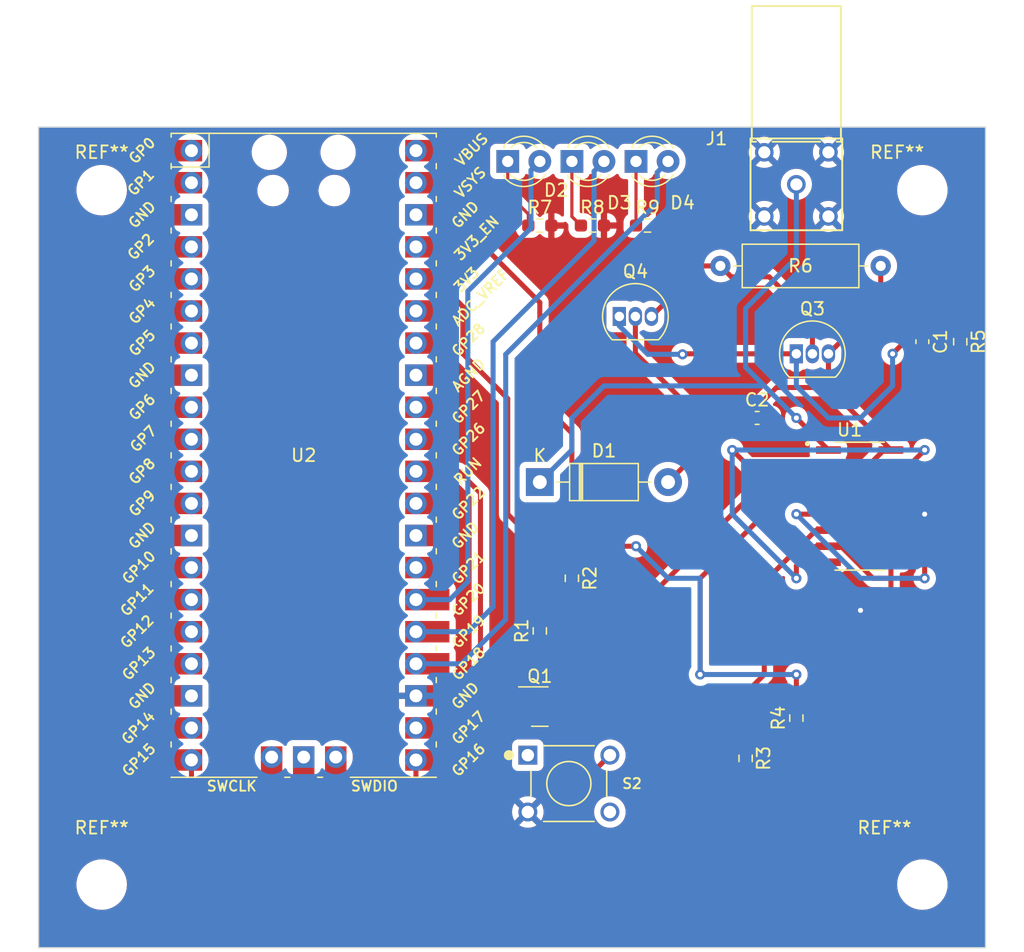
<source format=kicad_pcb>
(kicad_pcb (version 20221018) (generator pcbnew)
  (layers (0 "F.Cu" signal) (31 "B.Cu" signal) (34 "B.Paste" user) (35 "F.Paste" user) (36 "B.SilkS" user "B.Silkscreen") (37 "F.SilkS" user "F.Silkscreen") (38 "B.Mask" user) (39 "F.Mask" user) (44 "Edge.Cuts" user))
  (net 0 "")
  (net 1 "Net-(U1-2Y)")
  (net 2 "Net-(D1-K)")
  (net 3 "Net-(D1-A)")
  (net 4 "Net-(Q1-G)")
  (net 5 "Net-(Q1-S)")
  (net 6 "/INBIT")
  (net 7 "VCC")
  (net 8 "GND")
  (net 23 "/OUT")
  (net 30 "Net-(D2-K)")
  (net 31 "Net-(D2-A)")
  (net 32 "Net-(D3-K)")
  (net 47 "Net-(U2-RUN)")
  (net 48 "Net-(U1-1A)")
  (net 51 "Net-(D3-A)")
  (net 52 "Net-(D4-K)")
  (net 53 "Net-(D4-A)")
  (net 54 "Net-(Q3-C)")
  (net 55 "Net-(Q3-B)")
  (footprint "AM26C32ID:SOIC127P600X175-16N" (layer "F.Cu") (at 165.035 73.025)
    (fp_text reference "U1" (at -0.795 -6.035) (layer "F.SilkS"))
    (fp_text value "AM26C32ID")
    (pad "1" smd roundrect (at -2.475 -4.445) (size 1.97 0.6) (layers "F.Cu" "F.Paste" "F.Mask") (roundrect_rratio 0.07) (net 2 "Net-(D1-K)"))
    (pad "2" smd roundrect (at -2.475 -3.175) (size 1.97 0.6) (layers "F.Cu" "F.Paste" "F.Mask") (roundrect_rratio 0.07) (net 48 "Net-(U1-1A)"))
    (pad "3" smd roundrect (at -2.475 -1.905) (size 1.97 0.6) (layers "F.Cu" "F.Paste" "F.Mask") (roundrect_rratio 0.07) (net 6 "/INBIT"))
    (pad "4" smd roundrect (at -2.475 -0.635) (size 1.97 0.6) (layers "F.Cu" "F.Paste" "F.Mask") (roundrect_rratio 0.07) (net 7 "VCC"))
    (pad "5" smd roundrect (at -2.475 0.635) (size 1.97 0.6) (layers "F.Cu" "F.Paste" "F.Mask") (roundrect_rratio 0.07) (net 1 "Net-(U1-2Y)"))
    (pad "6" smd roundrect (at -2.475 1.905) (size 1.97 0.6) (layers "F.Cu" "F.Paste" "F.Mask") (roundrect_rratio 0.07) (net 23 "/OUT"))
    (pad "7" smd roundrect (at -2.475 3.175) (size 1.97 0.6) (layers "F.Cu" "F.Paste" "F.Mask") (roundrect_rratio 0.07) (net 48 "Net-(U1-1A)"))
    (pad "8" smd roundrect (at -2.475 4.445) (size 1.97 0.6) (layers "F.Cu" "F.Paste" "F.Mask") (roundrect_rratio 0.07) (net 8 "GND"))
    (pad "9" smd roundrect (at 2.475 4.445) (size 1.97 0.6) (layers "F.Cu" "F.Paste" "F.Mask") (roundrect_rratio 0.07) (net 48 "Net-(U1-1A)"))
    (pad "10" smd roundrect (at 2.475 3.175) (size 1.97 0.6) (layers "F.Cu" "F.Paste" "F.Mask") (roundrect_rratio 0.07) (net 23 "/OUT"))
    (pad "11" smd roundrect (at 2.475 1.905) (size 1.97 0.6) (layers "F.Cu" "F.Paste" "F.Mask") (roundrect_rratio 0.07) (net 1 "Net-(U1-2Y)"))
    (pad "12" smd roundrect (at 2.475 0.635) (size 1.97 0.6) (layers "F.Cu" "F.Paste" "F.Mask") (roundrect_rratio 0.07) (net 8 "GND"))
    (pad "13" smd roundrect (at 2.475 -0.635) (size 1.97 0.6) (layers "F.Cu" "F.Paste" "F.Mask") (roundrect_rratio 0.07) (net 1 "Net-(U1-2Y)"))
    (pad "14" smd roundrect (at 2.475 -1.905) (size 1.97 0.6) (layers "F.Cu" "F.Paste" "F.Mask") (roundrect_rratio 0.07) (net 23 "/OUT"))
    (pad "15" smd roundrect (at 2.475 -3.175) (size 1.97 0.6) (layers "F.Cu" "F.Paste" "F.Mask") (roundrect_rratio 0.07) (net 48 "Net-(U1-1A)"))
    (pad "16" smd roundrect (at 2.475 -4.445) (size 1.97 0.6) (layers "F.Cu" "F.Paste" "F.Mask") (roundrect_rratio 0.07) (net 7 "VCC"))
  )
  (footprint "LED_THT:LED_D3.0mm" (layer "F.Cu") (at 137.16 45.72)
    (fp_text reference "D2" (at 3.84 2.28) (layer "F.SilkS"))
    (fp_text value "LED")
    (pad "1" thru_hole rect (at 0 0) (size 1.8 1.8) (drill 0.9) (layers "*.Cu" "*.Mask") (net 30 "Net-(D2-K)"))
    (pad "2" thru_hole circle (at 2.54 0) (size 1.8 1.8) (drill 0.9) (layers "*.Cu" "*.Mask") (net 31 "Net-(D2-A)"))
  )
  (footprint "MCU_RaspberryPi_and_Boards:RPi_Pico_SMD_TH" (layer "F.Cu") (at 121 69)
    (fp_text reference "U2" (at 0 0) (layer "F.SilkS"))
    (fp_text value "Pico")
    (fp_text user "ADC_VREF" (at 14 -12.5 45) (layer "F.SilkS") (effects (font (size 0.8 0.8))))
    (fp_text user "GP3" (at -12.8 -13.97 45) (layer "F.SilkS") (effects (font (size 0.8 0.8))))
    (fp_text user "GP1" (at -12.9 -21.6 45) (layer "F.SilkS") (effects (font (size 0.8 0.8))))
    (fp_text user "3V3_EN" (at 13.7 -17.2 45) (layer "F.SilkS") (effects (font (size 0.8 0.8))))
    (fp_text user "GP26" (at 13.054 -1.27 45) (layer "F.SilkS") (effects (font (size 0.8 0.8))))
    (fp_text user "SWDIO" (at 5.6 26.2) (layer "F.SilkS") (effects (font (size 0.8 0.8))))
    (fp_text user "VBUS" (at 13.3 -24.2 45) (layer "F.SilkS") (effects (font (size 0.8 0.8))))
    (fp_text user "GP5" (at -12.8 -8.89 45) (layer "F.SilkS") (effects (font (size 0.8 0.8))))
    (fp_text user "3V3" (at 12.9 -13.9 45) (layer "F.SilkS") (effects (font (size 0.8 0.8))))
    (fp_text user "GP15" (at -13.054 24.13 45) (layer "F.SilkS") (effects (font (size 0.8 0.8))))
    (fp_text user "GP16" (at 13.054 24.13 45) (layer "F.SilkS") (effects (font (size 0.8 0.8))))
    (fp_text user "GP0" (at -12.8 -24.13 45) (layer "F.SilkS") (effects (font (size 0.8 0.8))))
    (fp_text user "GND" (at 12.8 -19.05 45) (layer "F.SilkS") (effects (font (size 0.8 0.8))))
    (fp_text user "GP7" (at -12.7 -1.3 45) (layer "F.SilkS") (effects (font (size 0.8 0.8))))
    (fp_text user "GND" (at -12.8 -19.05 45) (layer "F.SilkS") (effects (font (size 0.8 0.8))))
    (fp_text user "GP4" (at -12.8 -11.43 45) (layer "F.SilkS") (effects (font (size 0.8 0.8))))
    (fp_text user "GP20" (at 13.054 11.43 45) (layer "F.SilkS") (effects (font (size 0.8 0.8))))
    (fp_text user "GP18" (at 13.054 16.51 45) (layer "F.SilkS") (effects (font (size 0.8 0.8))))
    (fp_text user "GP8" (at -12.8 1.27 45) (layer "F.SilkS") (effects (font (size 0.8 0.8))))
    (fp_text user "GND" (at -12.8 6.35 45) (layer "F.SilkS") (effects (font (size 0.8 0.8))))
    (fp_text user "GP14" (at -13.1 21.59 45) (layer "F.SilkS") (effects (font (size 0.8 0.8))))
    (fp_text user "GP21" (at 13.054 8.9 45) (layer "F.SilkS") (effects (font (size 0.8 0.8))))
    (fp_text user "GP28" (at 13.054 -9.144 45) (layer "F.SilkS") (effects (font (size 0.8 0.8))))
    (fp_text user "GP12" (at -13.2 13.97 45) (layer "F.SilkS") (effects (font (size 0.8 0.8))))
    (fp_text user "RUN" (at 13 1.27 45) (layer "F.SilkS") (effects (font (size 0.8 0.8))))
    (fp_text user "GP2" (at -12.9 -16.51 45) (layer "F.SilkS") (effects (font (size 0.8 0.8))))
    (fp_text user "GND" (at -12.8 -6.35 45) (layer "F.SilkS") (effects (font (size 0.8 0.8))))
    (fp_text user "AGND" (at 13.054 -6.35 45) (layer "F.SilkS") (effects (font (size 0.8 0.8))))
    (fp_text user "GP27" (at 13.054 -3.8 45) (layer "F.SilkS") (effects (font (size 0.8 0.8))))
    (fp_text user "GP19" (at 13.054 13.97 45) (layer "F.SilkS") (effects (font (size 0.8 0.8))))
    (fp_text user "GND" (at 12.8 19.05 45) (layer "F.SilkS") (effects (font (size 0.8 0.8))))
    (fp_text user "GP9" (at -12.8 3.81 45) (layer "F.SilkS") (effects (font (size 0.8 0.8))))
    (fp_text user "GP11" (at -13.2 11.43 45) (layer "F.SilkS") (effects (font (size 0.8 0.8))))
    (fp_text user "GP17" (at 13.054 21.59 45) (layer "F.SilkS") (effects (font (size 0.8 0.8))))
    (fp_text user "SWCLK" (at -5.7 26.2) (layer "F.SilkS") (effects (font (size 0.8 0.8))))
    (fp_text user "GP13" (at -13.054 16.51 45) (layer "F.SilkS") (effects (font (size 0.8 0.8))))
    (fp_text user "GP6" (at -12.8 -3.81 45) (layer "F.SilkS") (effects (font (size 0.8 0.8))))
    (fp_text user "GND" (at -12.8 19.05 45) (layer "F.SilkS") (effects (font (size 0.8 0.8))))
    (fp_text user "VSYS" (at 13.2 -21.59 45) (layer "F.SilkS") (effects (font (size 0.8 0.8))))
    (fp_text user "GP22" (at 13.054 3.81 45) (layer "F.SilkS") (effects (font (size 0.8 0.8))))
    (fp_text user "GP10" (at -13.054 8.89 45) (layer "F.SilkS") (effects (font (size 0.8 0.8))))
    (fp_text user "GND" (at 12.8 6.35 45) (layer "F.SilkS") (effects (font (size 0.8 0.8))))
    (pad "" np_thru_hole oval (at -2.725 -24) (size 1.8 1.8) (drill 1.8) (layers "*.Cu" "*.Mask"))
    (pad "" np_thru_hole oval (at -2.425 -20.97) (size 1.5 1.5) (drill 1.5) (layers "*.Cu" "*.Mask"))
    (pad "" np_thru_hole oval (at 2.425 -20.97) (size 1.5 1.5) (drill 1.5) (layers "*.Cu" "*.Mask"))
    (pad "" np_thru_hole oval (at 2.725 -24) (size 1.8 1.8) (drill 1.8) (layers "*.Cu" "*.Mask"))
    (pad "1" thru_hole oval (at -8.89 -24.13) (size 1.7 1.7) (drill 1.02) (layers "*.Cu" "*.Mask"))
    (pad "1" smd rect (at -8.89 -24.13) (size 3.5 1.7) (drill (offset -0.9 0)) (layers "F.Cu" "F.Mask"))
    (pad "2" thru_hole oval (at -8.89 -21.59) (size 1.7 1.7) (drill 1.02) (layers "*.Cu" "*.Mask"))
    (pad "2" smd rect (at -8.89 -21.59) (size 3.5 1.7) (drill (offset -0.9 0)) (layers "F.Cu" "F.Mask"))
    (pad "3" thru_hole rect (at -8.89 -19.05) (size 1.7 1.7) (drill 1.02) (layers "*.Cu" "*.Mask"))
    (pad "3" smd rect (at -8.89 -19.05) (size 3.5 1.7) (drill (offset -0.9 0)) (layers "F.Cu" "F.Mask"))
    (pad "4" thru_hole oval (at -8.89 -16.51) (size 1.7 1.7) (drill 1.02) (layers "*.Cu" "*.Mask"))
    (pad "4" smd rect (at -8.89 -16.51) (size 3.5 1.7) (drill (offset -0.9 0)) (layers "F.Cu" "F.Mask"))
    (pad "5" thru_hole oval (at -8.89 -13.97) (size 1.7 1.7) (drill 1.02) (layers "*.Cu" "*.Mask"))
    (pad "5" smd rect (at -8.89 -13.97) (size 3.5 1.7) (drill (offset -0.9 0)) (layers "F.Cu" "F.Mask"))
    (pad "6" thru_hole oval (at -8.89 -11.43) (size 1.7 1.7) (drill 1.02) (layers "*.Cu" "*.Mask"))
    (pad "6" smd rect (at -8.89 -11.43) (size 3.5 1.7) (drill (offset -0.9 0)) (layers "F.Cu" "F.Mask"))
    (pad "7" thru_hole oval (at -8.89 -8.89) (size 1.7 1.7) (drill 1.02) (layers "*.Cu" "*.Mask"))
    (pad "7" smd rect (at -8.89 -8.89) (size 3.5 1.7) (drill (offset -0.9 0)) (layers "F.Cu" "F.Mask"))
    (pad "8" thru_hole rect (at -8.89 -6.35) (size 1.7 1.7) (drill 1.02) (layers "*.Cu" "*.Mask"))
    (pad "8" smd rect (at -8.89 -6.35) (size 3.5 1.7) (drill (offset -0.9 0)) (layers "F.Cu" "F.Mask"))
    (pad "9" thru_hole oval (at -8.89 -3.81) (size 1.7 1.7) (drill 1.02) (layers "*.Cu" "*.Mask"))
    (pad "9" smd rect (at -8.89 -3.81) (size 3.5 1.7) (drill (offset -0.9 0)) (layers "F.Cu" "F.Mask"))
    (pad "10" thru_hole oval (at -8.89 -1.27) (size 1.7 1.7) (drill 1.02) (layers "*.Cu" "*.Mask"))
    (pad "10" smd rect (at -8.89 -1.27) (size 3.5 1.7) (drill (offset -0.9 0)) (layers "F.Cu" "F.Mask"))
    (pad "11" thru_hole oval (at -8.89 1.27) (size 1.7 1.7) (drill 1.02) (layers "*.Cu" "*.Mask"))
    (pad "11" smd rect (at -8.89 1.27) (size 3.5 1.7) (drill (offset -0.9 0)) (layers "F.Cu" "F.Mask"))
    (pad "12" thru_hole oval (at -8.89 3.81) (size 1.7 1.7) (drill 1.02) (layers "*.Cu" "*.Mask"))
    (pad "12" smd rect (at -8.89 3.81) (size 3.5 1.7) (drill (offset -0.9 0)) (layers "F.Cu" "F.Mask"))
    (pad "13" thru_hole rect (at -8.89 6.35) (size 1.7 1.7) (drill 1.02) (layers "*.Cu" "*.Mask"))
    (pad "13" smd rect (at -8.89 6.35) (size 3.5 1.7) (drill (offset -0.9 0)) (layers "F.Cu" "F.Mask"))
    (pad "14" thru_hole oval (at -8.89 8.89) (size 1.7 1.7) (drill 1.02) (layers "*.Cu" "*.Mask"))
    (pad "14" smd rect (at -8.89 8.89) (size 3.5 1.7) (drill (offset -0.9 0)) (layers "F.Cu" "F.Mask"))
    (pad "15" thru_hole oval (at -8.89 11.43) (size 1.7 1.7) (drill 1.02) (layers "*.Cu" "*.Mask"))
    (pad "15" smd rect (at -8.89 11.43) (size 3.5 1.7) (drill (offset -0.9 0)) (layers "F.Cu" "F.Mask"))
    (pad "16" thru_hole oval (at -8.89 13.97) (size 1.7 1.7) (drill 1.02) (layers "*.Cu" "*.Mask"))
    (pad "16" smd rect (at -8.89 13.97) (size 3.5 1.7) (drill (offset -0.9 0)) (layers "F.Cu" "F.Mask"))
    (pad "17" thru_hole oval (at -8.89 16.51) (size 1.7 1.7) (drill 1.02) (layers "*.Cu" "*.Mask"))
    (pad "17" smd rect (at -8.89 16.51) (size 3.5 1.7) (drill (offset -0.9 0)) (layers "F.Cu" "F.Mask"))
    (pad "18" thru_hole rect (at -8.89 19.05) (size 1.7 1.7) (drill 1.02) (layers "*.Cu" "*.Mask"))
    (pad "18" smd rect (at -8.89 19.05) (size 3.5 1.7) (drill (offset -0.9 0)) (layers "F.Cu" "F.Mask"))
    (pad "19" thru_hole oval (at -8.89 21.59) (size 1.7 1.7) (drill 1.02) (layers "*.Cu" "*.Mask"))
    (pad "19" smd rect (at -8.89 21.59) (size 3.5 1.7) (drill (offset -0.9 0)) (layers "F.Cu" "F.Mask"))
    (pad "20" thru_hole oval (at -8.89 24.13) (size 1.7 1.7) (drill 1.02) (layers "*.Cu" "*.Mask") (net 23 "/OUT"))
    (pad "20" smd rect (at -8.89 24.13) (size 3.5 1.7) (drill (offset -0.9 0)) (layers "F.Cu" "F.Mask") (net 23 "/OUT"))
    (pad "21" thru_hole oval (at 8.89 24.13) (size 1.7 1.7) (drill 1.02) (layers "*.Cu" "*.Mask") (net 5 "Net-(Q1-S)"))
    (pad "21" smd rect (at 8.89 24.13) (size 3.5 1.7) (drill (offset 0.9 0)) (layers "F.Cu" "F.Mask") (net 5 "Net-(Q1-S)"))
    (pad "22" thru_hole oval (at 8.89 21.59) (size 1.7 1.7) (drill 1.02) (layers "*.Cu" "*.Mask"))
    (pad "22" smd rect (at 8.89 21.59) (size 3.5 1.7) (drill (offset 0.9 0)) (layers "F.Cu" "F.Mask"))
    (pad "23" thru_hole rect (at 8.89 19.05) (size 1.7 1.7) (drill 1.02) (layers "*.Cu" "*.Mask") (net 8 "GND"))
    (pad "23" smd rect (at 8.89 19.05) (size 3.5 1.7) (drill (offset 0.9 0)) (layers "F.Cu" "F.Mask") (net 8 "GND"))
    (pad "24" thru_hole oval (at 8.89 16.51) (size 1.7 1.7) (drill 1.02) (layers "*.Cu" "*.Mask") (net 53 "Net-(D4-A)"))
    (pad "24" smd rect (at 8.89 16.51) (size 3.5 1.7) (drill (offset 0.9 0)) (layers "F.Cu" "F.Mask") (net 53 "Net-(D4-A)"))
    (pad "25" thru_hole oval (at 8.89 13.97) (size 1.7 1.7) (drill 1.02) (layers "*.Cu" "*.Mask") (net 51 "Net-(D3-A)"))
    (pad "25" smd rect (at 8.89 13.97) (size 3.5 1.7) (drill (offset 0.9 0)) (layers "F.Cu" "F.Mask") (net 51 "Net-(D3-A)"))
    (pad "26" thru_hole oval (at 8.89 11.43) (size 1.7 1.7) (drill 1.02) (layers "*.Cu" "*.Mask") (net 31 "Net-(D2-A)"))
    (pad "26" smd rect (at 8.89 11.43) (size 3.5 1.7) (drill (offset 0.9 0)) (layers "F.Cu" "F.Mask") (net 31 "Net-(D2-A)"))
    (pad "27" thru_hole oval (at 8.89 8.89) (size 1.7 1.7) (drill 1.02) (layers "*.Cu" "*.Mask"))
    (pad "27" smd rect (at 8.89 8.89) (size 3.5 1.7) (drill (offset 0.9 0)) (layers "F.Cu" "F.Mask"))
    (pad "28" thru_hole rect (at 8.89 6.35) (size 1.7 1.7) (drill 1.02) (layers "*.Cu" "*.Mask"))
    (pad "28" smd rect (at 8.89 6.35) (size 3.5 1.7) (drill (offset 0.9 0)) (layers "F.Cu" "F.Mask"))
    (pad "29" thru_hole oval (at 8.89 3.81) (size 1.7 1.7) (drill 1.02) (layers "*.Cu" "*.Mask"))
    (pad "29" smd rect (at 8.89 3.81) (size 3.5 1.7) (drill (offset 0.9 0)) (layers "F.Cu" "F.Mask"))
    (pad "30" thru_hole oval (at 8.89 1.27) (size 1.7 1.7) (drill 1.02) (layers "*.Cu" "*.Mask") (net 47 "Net-(U2-RUN)"))
    (pad "30" smd rect (at 8.89 1.27) (size 3.5 1.7) (drill (offset 0.9 0)) (layers "F.Cu" "F.Mask") (net 47 "Net-(U2-RUN)"))
    (pad "31" thru_hole oval (at 8.89 -1.27) (size 1.7 1.7) (drill 1.02) (layers "*.Cu" "*.Mask"))
    (pad "31" smd rect (at 8.89 -1.27) (size 3.5 1.7) (drill (offset 0.9 0)) (layers "F.Cu" "F.Mask"))
    (pad "32" thru_hole oval (at 8.89 -3.81) (size 1.7 1.7) (drill 1.02) (layers "*.Cu" "*.Mask"))
    (pad "32" smd rect (at 8.89 -3.81) (size 3.5 1.7) (drill (offset 0.9 0)) (layers "F.Cu" "F.Mask"))
    (pad "33" thru_hole rect (at 8.89 -6.35) (size 1.7 1.7) (drill 1.02) (layers "*.Cu" "*.Mask"))
    (pad "33" smd rect (at 8.89 -6.35) (size 3.5 1.7) (drill (offset 0.9 0)) (layers "F.Cu" "F.Mask"))
    (pad "34" thru_hole oval (at 8.89 -8.89) (size 1.7 1.7) (drill 1.02) (layers "*.Cu" "*.Mask"))
    (pad "34" smd rect (at 8.89 -8.89) (size 3.5 1.7) (drill (offset 0.9 0)) (layers "F.Cu" "F.Mask"))
    (pad "35" thru_hole oval (at 8.89 -11.43) (size 1.7 1.7) (drill 1.02) (layers "*.Cu" "*.Mask"))
    (pad "35" smd rect (at 8.89 -11.43) (size 3.5 1.7) (drill (offset 0.9 0)) (layers "F.Cu" "F.Mask"))
    (pad "36" thru_hole oval (at 8.89 -13.97) (size 1.7 1.7) (drill 1.02) (layers "*.Cu" "*.Mask") (net 4 "Net-(Q1-G)"))
    (pad "36" smd rect (at 8.89 -13.97) (size 3.5 1.7) (drill (offset 0.9 0)) (layers "F.Cu" "F.Mask") (net 4 "Net-(Q1-G)"))
    (pad "37" thru_hole oval (at 8.89 -16.51) (size 1.7 1.7) (drill 1.02) (layers "*.Cu" "*.Mask"))
    (pad "37" smd rect (at 8.89 -16.51) (size 3.5 1.7) (drill (offset 0.9 0)) (layers "F.Cu" "F.Mask"))
    (pad "38" thru_hole rect (at 8.89 -19.05) (size 1.7 1.7) (drill 1.02) (layers "*.Cu" "*.Mask"))
    (pad "38" smd rect (at 8.89 -19.05) (size 3.5 1.7) (drill (offset 0.9 0)) (layers "F.Cu" "F.Mask"))
    (pad "39" thru_hole oval (at 8.89 -21.59) (size 1.7 1.7) (drill 1.02) (layers "*.Cu" "*.Mask"))
    (pad "39" smd rect (at 8.89 -21.59) (size 3.5 1.7) (drill (offset 0.9 0)) (layers "F.Cu" "F.Mask"))
    (pad "40" thru_hole oval (at 8.89 -24.13) (size 1.7 1.7) (drill 1.02) (layers "*.Cu" "*.Mask") (net 7 "VCC"))
    (pad "40" smd rect (at 8.89 -24.13) (size 3.5 1.7) (drill (offset 0.9 0)) (layers "F.Cu" "F.Mask") (net 7 "VCC"))
    (pad "41" thru_hole oval (at -2.54 23.9) (size 1.7 1.7) (drill 1.02) (layers "*.Cu" "*.Mask"))
    (pad "41" smd rect (at -2.54 23.9 90) (size 3.5 1.7) (drill (offset -0.9 0)) (layers "F.Cu" "F.Mask"))
    (pad "42" thru_hole rect (at 0 23.9) (size 1.7 1.7) (drill 1.02) (layers "*.Cu" "*.Mask"))
    (pad "42" smd rect (at 0 23.9 90) (size 3.5 1.7) (drill (offset -0.9 0)) (layers "F.Cu" "F.Mask"))
    (pad "43" thru_hole oval (at 2.54 23.9) (size 1.7 1.7) (drill 1.02) (layers "*.Cu" "*.Mask"))
    (pad "43" smd rect (at 2.54 23.9 90) (size 3.5 1.7) (drill (offset -0.9 0)) (layers "F.Cu" "F.Mask"))
  )
  (footprint "Resistor_SMD:R_0603_1608Metric_Pad0.98x0.95mm_HandSolder" (layer "F.Cu") (at 173 60 -90)
    (fp_text reference "R5" (at 0 -1.43 -90) (layer "F.SilkS"))
    (fp_text value "2.2k")
    (pad "1" smd roundrect (at -0.9125 0 270) (size 0.975 0.95) (layers "F.Cu" "F.Paste" "F.Mask") (net 54 "Net-(Q3-C)"))
    (pad "2" smd roundrect (at 0.9125 0 270) (size 0.975 0.95) (layers "F.Cu" "F.Paste" "F.Mask") (net 1 "Net-(U1-2Y)"))
  )
  (footprint "Capacitor_SMD:C_0603_1608Metric_Pad1.08x0.95mm_HandSolder" (layer "F.Cu") (at 156.9125 66.04)
    (fp_text reference "C2" (at 0 -1.43) (layer "F.SilkS"))
    (fp_text value "100nf")
    (pad "1" smd roundrect (at -0.8625 0) (size 1.075 0.95) (layers "F.Cu" "F.Paste" "F.Mask") (net 7 "VCC"))
    (pad "2" smd roundrect (at 0.8625 0) (size 1.075 0.95) (layers "F.Cu" "F.Paste" "F.Mask") (net 8 "GND"))
  )
  (footprint "Package_TO_SOT_THT:TO-92_Inline" (layer "F.Cu") (at 160.02 60.96)
    (fp_text reference "Q3" (at 1.27 -3.56) (layer "F.SilkS"))
    (fp_text value "BC328")
    (pad "1" thru_hole rect (at 0 0) (size 1.05 1.5) (drill 0.75) (layers "*.Cu" "*.Mask") (net 54 "Net-(Q3-C)"))
    (pad "2" thru_hole oval (at 1.27 0) (size 1.05 1.5) (drill 0.75) (layers "*.Cu" "*.Mask") (net 55 "Net-(Q3-B)"))
    (pad "3" thru_hole oval (at 2.54 0) (size 1.05 1.5) (drill 0.75) (layers "*.Cu" "*.Mask") (net 7 "VCC"))
  )
  (footprint "LED_THT:LED_D3.0mm" (layer "F.Cu") (at 142.24 45.72)
    (fp_text reference "D3" (at 3.76 3.28) (layer "F.SilkS"))
    (fp_text value "LED")
    (pad "1" thru_hole rect (at 0 0) (size 1.8 1.8) (drill 0.9) (layers "*.Cu" "*.Mask") (net 32 "Net-(D3-K)"))
    (pad "2" thru_hole circle (at 2.54 0) (size 1.8 1.8) (drill 0.9) (layers "*.Cu" "*.Mask") (net 51 "Net-(D3-A)"))
  )
  (footprint "Diode_THT:D_DO-41_SOD81_P10.16mm_Horizontal" (layer "F.Cu") (at 139.7 71.12)
    (fp_text reference "D1" (at 5.08 -2.47) (layer "F.SilkS"))
    (fp_text value "1N4003")
    (fp_text user "K" (at 0 -2.1) (layer "F.SilkS"))
    (pad "1" thru_hole rect (at 0 0) (size 2.2 2.2) (drill 1.1) (layers "*.Cu" "*.Mask") (net 2 "Net-(D1-K)"))
    (pad "2" thru_hole oval (at 10.16 0) (size 2.2 2.2) (drill 1.1) (layers "*.Cu" "*.Mask") (net 3 "Net-(D1-A)"))
  )
  (footprint "MountingHole:MountingHole_3.5mm" (layer "F.Cu") (at 170 48)
    (fp_text reference "REF**" (at -2 -3) (layer "F.SilkS"))
    (fp_text value "MountingHole_3.5mm")
    (pad "" np_thru_hole circle (at 0 0) (size 3.5 3.5) (drill 3.5) (layers "F&B.Cu" "*.Mask"))
  )
  (footprint "Resistor_SMD:R_0603_1608Metric_Pad0.98x0.95mm_HandSolder" (layer "F.Cu") (at 156 93 -90)
    (fp_text reference "R3" (at 0 -1.43 90) (layer "F.SilkS"))
    (fp_text value "1K")
    (pad "1" smd roundrect (at -0.9125 0 270) (size 0.975 0.95) (layers "F.Cu" "F.Paste" "F.Mask") (net 48 "Net-(U1-1A)"))
    (pad "2" smd roundrect (at 0.9125 0 270) (size 0.975 0.95) (layers "F.Cu" "F.Paste" "F.Mask") (net 8 "GND"))
  )
  (footprint "Capacitor_SMD:C_0603_1608Metric_Pad1.08x0.95mm_HandSolder" (layer "F.Cu") (at 170 60 -90)
    (fp_text reference "C1" (at 0 -1.43 -90) (layer "F.SilkS"))
    (fp_text value "1nF")
    (pad "1" smd roundrect (at -0.8625 0 270) (size 1.075 0.95) (layers "F.Cu" "F.Paste" "F.Mask") (net 54 "Net-(Q3-C)"))
    (pad "2" smd roundrect (at 0.8625 0 270) (size 1.075 0.95) (layers "F.Cu" "F.Paste" "F.Mask") (net 1 "Net-(U1-2Y)"))
  )
  (footprint "footprints:CONN_EPK.00.250.NTN_LMO" (layer "F.Cu") (at 160.02 47.54)
    (fp_text reference "J1" (at -6.32 -3.6151 unlocked) (layer "F.SilkS"))
    (fp_text value "EPK.00.250.NTN")
    (pad "1" thru_hole circle (at 0 0) (size 1.4732 1.4732) (drill 0.9652) (layers "*.Cu" "*.Mask") (net 2 "Net-(D1-K)"))
    (pad "2" thru_hole circle (at -2.54 -2.54) (size 1.4732 1.4732) (drill 0.9652) (layers "*.Cu" "*.Mask") (net 8 "GND"))
    (pad "3" thru_hole circle (at -2.54 2.54) (size 1.4732 1.4732) (drill 0.9652) (layers "*.Cu" "*.Mask") (net 8 "GND"))
    (pad "4" thru_hole circle (at 2.54 2.54) (size 1.4732 1.4732) (drill 0.9652) (layers "*.Cu" "*.Mask") (net 8 "GND"))
    (pad "5" thru_hole circle (at 2.54 -2.54) (size 1.4732 1.4732) (drill 0.9652) (layers "*.Cu" "*.Mask") (net 8 "GND"))
  )
  (footprint "LED_THT:LED_D3.0mm" (layer "F.Cu") (at 147.32 45.72)
    (fp_text reference "D4" (at 3.68 3.28) (layer "F.SilkS"))
    (fp_text value "LED")
    (pad "1" thru_hole rect (at 0 0) (size 1.8 1.8) (drill 0.9) (layers "*.Cu" "*.Mask") (net 52 "Net-(D4-K)"))
    (pad "2" thru_hole circle (at 2.54 0) (size 1.8 1.8) (drill 0.9) (layers "*.Cu" "*.Mask") (net 53 "Net-(D4-A)"))
  )
  (footprint "Resistor_SMD:R_0603_1608Metric_Pad0.98x0.95mm_HandSolder" (layer "F.Cu") (at 139.7 50.8)
    (fp_text reference "R7" (at 0 -1.43) (layer "F.SilkS"))
    (fp_text value "330")
    (pad "1" smd roundrect (at -0.9125 0) (size 0.975 0.95) (layers "F.Cu" "F.Paste" "F.Mask") (net 30 "Net-(D2-K)"))
    (pad "2" smd roundrect (at 0.9125 0) (size 0.975 0.95) (layers "F.Cu" "F.Paste" "F.Mask") (net 8 "GND"))
  )
  (footprint "Resistor_SMD:R_0603_1608Metric_Pad0.98x0.95mm_HandSolder" (layer "F.Cu") (at 139.7 82.9075 90)
    (fp_text reference "R1" (at 0 -1.43 90) (layer "F.SilkS"))
    (fp_text value "10k")
    (pad "1" smd roundrect (at -0.9125 0 90) (size 0.975 0.95) (layers "F.Cu" "F.Paste" "F.Mask") (net 4 "Net-(Q1-G)"))
    (pad "2" smd roundrect (at 0.9125 0 90) (size 0.975 0.95) (layers "F.Cu" "F.Paste" "F.Mask") (net 5 "Net-(Q1-S)"))
  )
  (footprint "Resistor_SMD:R_0603_1608Metric_Pad0.98x0.95mm_HandSolder" (layer "F.Cu") (at 142.24 78.74 -90)
    (fp_text reference "R2" (at 0 -1.43 -90) (layer "F.SilkS"))
    (fp_text value "10k")
    (pad "1" smd roundrect (at -0.9125 0 270) (size 0.975 0.95) (layers "F.Cu" "F.Paste" "F.Mask") (net 7 "VCC"))
    (pad "2" smd roundrect (at 0.9125 0 270) (size 0.975 0.95) (layers "F.Cu" "F.Paste" "F.Mask") (net 6 "/INBIT"))
  )
  (footprint "Resistor_SMD:R_0603_1608Metric_Pad0.98x0.95mm_HandSolder" (layer "F.Cu") (at 160.02 89.8125 90)
    (fp_text reference "R4" (at 0 -1.43 90) (layer "F.SilkS"))
    (fp_text value "4.7K")
    (pad "1" smd roundrect (at -0.9125 0 90) (size 0.975 0.95) (layers "F.Cu" "F.Paste" "F.Mask") (net 48 "Net-(U1-1A)"))
    (pad "2" smd roundrect (at 0.9125 0 90) (size 0.975 0.95) (layers "F.Cu" "F.Paste" "F.Mask") (net 7 "VCC"))
  )
  (footprint "FSM8JH:SW_FSM8JH" (layer "F.Cu") (at 142 95)
    (fp_text reference "S2" (at 5 0) (layer "F.SilkS") (effects (font (size 0.801197 0.801197))))
    (fp_text value "FSM8JH")
    (pad "1" thru_hole rect (at -3.25 -2.25) (size 1.498 1.498) (drill 0.99) (layers "*.Cu" "*.Mask"))
    (pad "2" thru_hole circle (at -3.25 2.25) (size 1.498 1.498) (drill 0.99) (layers "*.Cu" "*.Mask") (net 8 "GND"))
    (pad "3" thru_hole circle (at 3.25 -2.25) (size 1.498 1.498) (drill 0.99) (layers "*.Cu" "*.Mask") (net 47 "Net-(U2-RUN)"))
    (pad "4" thru_hole circle (at 3.25 2.25) (size 1.498 1.498) (drill 0.99) (layers "*.Cu" "*.Mask"))
  )
  (footprint "Package_TO_SOT_THT:TO-92_Inline" (layer "F.Cu") (at 146 58)
    (fp_text reference "Q4" (at 1.27 -3.56) (layer "F.SilkS"))
    (fp_text value "MJE15032")
    (pad "1" thru_hole rect (at 0 0) (size 1.05 1.5) (drill 0.75) (layers "*.Cu" "*.Mask") (net 54 "Net-(Q3-C)"))
    (pad "2" thru_hole oval (at 1.27 0) (size 1.05 1.5) (drill 0.75) (layers "*.Cu" "*.Mask") (net 3 "Net-(D1-A)"))
    (pad "3" thru_hole oval (at 2.54 0) (size 1.05 1.5) (drill 0.75) (layers "*.Cu" "*.Mask") (net 55 "Net-(Q3-B)"))
  )
  (footprint "MountingHole:MountingHole_3.5mm" (layer "F.Cu") (at 170 103)
    (fp_text reference "REF**" (at -3 -4.5) (layer "F.SilkS"))
    (fp_text value "MountingHole_3.5mm")
    (pad "" np_thru_hole circle (at 0 0) (size 3.5 3.5) (drill 3.5) (layers "F&B.Cu" "*.Mask"))
  )
  (footprint "Resistor_SMD:R_0603_1608Metric_Pad0.98x0.95mm_HandSolder" (layer "F.Cu") (at 143.8675 50.8)
    (fp_text reference "R8" (at 0 -1.43) (layer "F.SilkS"))
    (fp_text value "330")
    (pad "1" smd roundrect (at -0.9125 0) (size 0.975 0.95) (layers "F.Cu" "F.Paste" "F.Mask") (net 32 "Net-(D3-K)"))
    (pad "2" smd roundrect (at 0.9125 0) (size 0.975 0.95) (layers "F.Cu" "F.Paste" "F.Mask") (net 8 "GND"))
  )
  (footprint "Resistor_THT:R_Axial_DIN0309_L9.0mm_D3.2mm_P12.70mm_Horizontal" (layer "F.Cu") (at 154 54)
    (fp_text reference "R6" (at 6.35 0) (layer "F.SilkS"))
    (fp_text value "1")
    (pad "1" thru_hole circle (at 0 0) (size 1.6 1.6) (drill 0.8) (layers "*.Cu" "*.Mask") (net 55 "Net-(Q3-B)"))
    (pad "2" thru_hole oval (at 12.7 0) (size 1.6 1.6) (drill 0.8) (layers "*.Cu" "*.Mask") (net 7 "VCC"))
  )
  (footprint "Resistor_SMD:R_0603_1608Metric_Pad0.98x0.95mm_HandSolder" (layer "F.Cu") (at 148.2325 50.8)
    (fp_text reference "R9" (at 0 -1.43) (layer "F.SilkS"))
    (fp_text value "330")
    (pad "1" smd roundrect (at -0.9125 0) (size 0.975 0.95) (layers "F.Cu" "F.Paste" "F.Mask") (net 52 "Net-(D4-K)"))
    (pad "2" smd roundrect (at 0.9125 0) (size 0.975 0.95) (layers "F.Cu" "F.Paste" "F.Mask") (net 8 "GND"))
  )
  (footprint "Package_TO_SOT_SMD:SOT-23" (layer "F.Cu") (at 139.7 88.9)
    (fp_text reference "Q1" (at 0 -2.4) (layer "F.SilkS"))
    (fp_text value "BSS138")
    (pad "1" smd roundrect (at -0.9375 -0.95) (size 1.475 0.6) (layers "F.Cu" "F.Paste" "F.Mask") (net 4 "Net-(Q1-G)"))
    (pad "2" smd roundrect (at -0.9375 0.95) (size 1.475 0.6) (layers "F.Cu" "F.Paste" "F.Mask") (net 5 "Net-(Q1-S)"))
    (pad "3" smd roundrect (at 0.9375 0) (size 1.475 0.6) (layers "F.Cu" "F.Paste" "F.Mask") (net 6 "/INBIT"))
  )
  (footprint "MountingHole:MountingHole_3.5mm" (layer "F.Cu") (at 105 48)
    (fp_text reference "REF**" (at 0 -3) (layer "F.SilkS"))
    (fp_text value "MountingHole_3.5mm")
    (pad "" np_thru_hole circle (at 0 0) (size 3.5 3.5) (drill 3.5) (layers "F&B.Cu" "*.Mask"))
  )
  (footprint "MountingHole:MountingHole_3.5mm" (layer "F.Cu") (at 105 103)
    (fp_text reference "REF**" (at 0 -4.5) (layer "F.SilkS"))
    (fp_text value "MountingHole_3.5mm")
    (pad "" np_thru_hole circle (at 0 0) (size 3.5 3.5) (drill 3.5) (layers "*.Cu" "*.Mask"))
  )
  (gr_line (start 100 108) (end 100 43) (stroke (width 0.1)) (layer "Edge.Cuts"))
  (gr_line (start 100 43) (end 175 43) (stroke (width 0.1)) (layer "Edge.Cuts"))
  (gr_line (start 175 43) (end 175 108) (stroke (width 0.1)) (layer "Edge.Cuts"))
  (gr_line (start 175 108) (end 100 108) (stroke (width 0.1)) (layer "Edge.Cuts"))
  (gr_text "CAENET network controller\nDaniel Krajewski" (at 135 107) (layer "F.Cu") (effects (font (size 1.5 1.5) (thickness 0.3) bold) (justify left bottom)))
  (segment (start 171.33 72.39) (end 172.72 71) (width 0.4) (layer "F.Cu") (net 1))
  (segment (start 171 72.39) (end 171.33 72.39) (width 0.4) (layer "F.Cu") (net 1))
  (segment (start 172.72 73.66) (end 170.3 76.08) (width 0.4) (layer "F.Cu") (net 1))
  (segment (start 167.51 74.93) (end 168.91 74.93) (width 0.4) (layer "F.Cu") (net 1))
  (segment (start 173 60.9125) (end 173 63.3025) (width 0.4) (layer "F.Cu") (net 1))
  (segment (start 170.18 78.74) (end 170.18 76.2) (width 0.4) (layer "F.Cu") (net 1))
  (segment (start 172.72 63.5825) (end 172.72 71) (width 0.4) (layer "F.Cu") (net 1))
  (segment (start 172.72 71) (end 172.72 73.66) (width 0.4) (layer "F.Cu") (net 1))
  (segment (start 170 60.8625) (end 170.05 60.9125) (width 0.4) (layer "F.Cu") (net 1))
  (segment (start 162.56 73.66) (end 160.02 73.66) (width 0.4) (layer "F.Cu") (net 1))
  (segment (start 173 63.3025) (end 172.72 63.5825) (width 0.4) (layer "F.Cu") (net 1))
  (segment (start 170.3 76.08) (end 169.15 74.93) (width 0.4) (layer "F.Cu") (net 1))
  (segment (start 171 72.39) (end 171.45 72.39) (width 0.4) (layer "F.Cu") (net 1))
  (segment (start 170.18 76.2) (end 170.3 76.08) (width 0.4) (layer "F.Cu") (net 1))
  (segment (start 169.15 74.93) (end 167.51 74.93) (width 0.4) (layer "F.Cu") (net 1))
  (segment (start 170 60.8625) (end 172.72 63.5825) (width 0.4) (layer "F.Cu") (net 1))
  (segment (start 167.51 72.39) (end 171 72.39) (width 0.4) (layer "F.Cu") (net 1))
  (via (at 160.02 73.66) (size 0.8) (drill 0.4) (layers "F.Cu" "B.Cu") (net 1))
  (via (at 170.18 78.74) (size 0.8) (drill 0.4) (layers "F.Cu" "B.Cu") (net 1))
  (segment (start 165.1 78.74) (end 170.18 78.74) (width 0.4) (layer "B.Cu") (net 1))
  (segment (start 160.02 73.66) (end 165.1 78.74) (width 0.4) (layer "B.Cu") (net 1))
  (segment (start 160.02 66.04) (end 162.56 68.58) (width 0.4) (layer "F.Cu") (net 2))
  (via (at 160.02 66.04) (size 0.8) (drill 0.4) (layers "F.Cu" "B.Cu") (net 2))
  (segment (start 160.02 53.34) (end 160.02 47.54) (width 0.4) (layer "B.Cu") (net 2))
  (segment (start 147.32 63.5) (end 144.78 63.5) (width 0.4) (layer "B.Cu") (net 2))
  (segment (start 142.24 66.04) (end 142.24 68.58) (width 0.4) (layer "B.Cu") (net 2))
  (segment (start 142.24 68.58) (end 139.7 71.12) (width 0.4) (layer "B.Cu") (net 2))
  (segment (start 160.02 66.04) (end 157.48 63.5) (width 0.4) (layer "B.Cu") (net 2))
  (segment (start 156 62.02) (end 156 57.36) (width 0.4) (layer "B.Cu") (net 2))
  (segment (start 144.78 63.5) (end 142.24 66.04) (width 0.4) (layer "B.Cu") (net 2))
  (segment (start 157.48 63.5) (end 147.32 63.5) (width 0.4) (layer "B.Cu") (net 2))
  (segment (start 157.48 63.5) (end 156 62.02) (width 0.4) (layer "B.Cu") (net 2))
  (segment (start 156 57.36) (end 160.02 53.34) (width 0.4) (layer "B.Cu") (net 2))
  (segment (start 152.4 66.04) (end 147.27 60.91) (width 0.4) (layer "F.Cu") (net 3))
  (segment (start 147.27 60.91) (end 147.27 58) (width 0.4) (layer "F.Cu") (net 3))
  (segment (start 152.4 68.58) (end 152.4 66.04) (width 0.4) (layer "F.Cu") (net 3))
  (segment (start 149.86 71.12) (end 152.4 68.58) (width 0.4) (layer "F.Cu") (net 3))
  (segment (start 138.7625 87.95) (end 139.7 87.0125) (width 0.4) (layer "F.Cu") (net 4))
  (segment (start 140.575 82.945) (end 139.7 83.82) (width 0.4) (layer "F.Cu") (net 4))
  (segment (start 133.605686 57.22) (end 133.605686 60.96) (width 0.4) (layer "F.Cu") (net 4))
  (segment (start 131.415686 55.03) (end 133.605686 57.22) (width 0.4) (layer "F.Cu") (net 4))
  (segment (start 140.575 77.075) (end 140.575 82.945) (width 0.4) (layer "F.Cu") (net 4))
  (segment (start 137.16 73.66) (end 140.575 77.075) (width 0.4) (layer "F.Cu") (net 4))
  (segment (start 129.89 55.03) (end 131.415686 55.03) (width 0.4) (layer "F.Cu") (net 4))
  (segment (start 137.16 64.514314) (end 137.16 73.66) (width 0.4) (layer "F.Cu") (net 4))
  (segment (start 139.7 87.0125) (end 139.7 83.82) (width 0.4) (layer "F.Cu") (net 4))
  (segment (start 133.605686 60.96) (end 137.16 64.514314) (width 0.4) (layer "F.Cu") (net 4))
  (segment (start 131.415686 93.13) (end 129.89 93.13) (width 0.4) (layer "F.Cu") (net 5))
  (segment (start 137.16 88.2475) (end 138.7625 89.85) (width 0.4) (layer "F.Cu") (net 5))
  (segment (start 149 99) (end 149 92) (width 0.4) (layer "F.Cu") (net 5))
  (segment (start 137.16 84.535) (end 137.16 86.36) (width 0.4) (layer "F.Cu") (net 5))
  (segment (start 146.85 89.85) (end 138.7625 89.85) (width 0.4) (layer "F.Cu") (net 5))
  (segment (start 149 92) (end 146.85 89.85) (width 0.4) (layer "F.Cu") (net 5))
  (segment (start 148 100) (end 149 99) (width 0.4) (layer "F.Cu") (net 5))
  (segment (start 131 100) (end 148 100) (width 0.4) (layer "F.Cu") (net 5))
  (segment (start 129.89 98.89) (end 131 100) (width 0.4) (layer "F.Cu") (net 5))
  (segment (start 139.7 81.995) (end 137.16 84.535) (width 0.4) (layer "F.Cu") (net 5))
  (segment (start 137.16 86.36) (end 137.16 88.2475) (width 0.4) (layer "F.Cu") (net 5))
  (segment (start 129.89 93.13) (end 129.89 98.89) (width 0.4) (layer "F.Cu") (net 5))
  (segment (start 147.32 81.28) (end 145.6925 79.6525) (width 0.4) (layer "F.Cu") (net 6))
  (segment (start 146.655 81.945) (end 146.655 82.8825) (width 0.4) (layer "F.Cu") (net 6))
  (segment (start 145.6925 79.6525) (end 142.24 79.6525) (width 0.4) (layer "F.Cu") (net 6))
  (segment (start 147.32 81.28) (end 146.655 81.945) (width 0.4) (layer "F.Cu") (net 6))
  (segment (start 162.56 71.12) (end 157.48 71.12) (width 0.4) (layer "F.Cu") (net 6))
  (segment (start 157.48 71.12) (end 147.32 81.28) (width 0.4) (layer "F.Cu") (net 6))
  (segment (start 146.655 82.8825) (end 140.6375 88.9) (width 0.4) (layer "F.Cu") (net 6))
  (segment (start 158.75 72.39) (end 162.56 72.39) (width 0.4) (layer "F.Cu") (net 7))
  (segment (start 133.605686 46.605686) (end 133.605686 50.8) (width 0.4) (layer "F.Cu") (net 7))
  (segment (start 167.51 68.58) (end 162.56 63.63) (width 0.4) (layer "F.Cu") (net 7))
  (segment (start 152.4 78.74) (end 158.75 72.39) (width 0.4) (layer "F.Cu") (net 7))
  (segment (start 152.4 86.36) (end 152.4 78.74) (width 0.4) (layer "F.Cu") (net 7))
  (segment (start 143.1525 77.8275) (end 144.78 76.2) (width 0.4) (layer "F.Cu") (net 7))
  (segment (start 131.87 44.87) (end 133.605686 46.605686) (width 0.4) (layer "F.Cu") (net 7))
  (segment (start 142.24 77.8275) (end 143.1525 77.8275) (width 0.4) (layer "F.Cu") (net 7))
  (segment (start 139.7 56.894314) (end 139.7 64.7) (width 0.4) (layer "F.Cu") (net 7))
  (segment (start 142.24 67.24) (end 142.24 77.8275) (width 0.4) (layer "F.Cu") (net 7))
  (segment (start 162.56 72.39) (end 163.545 72.39) (width 0.4) (layer "F.Cu") (net 7))
  (segment (start 165.1 70.433918) (end 166.953918 68.58) (width 0.4) (layer "F.Cu") (net 7))
  (segment (start 129.89 44.87) (end 131.87 44.87) (width 0.4) (layer "F.Cu") (net 7))
  (segment (start 162.56 60.96) (end 166.7 56.82) (width 0.4) (layer "F.Cu") (net 7))
  (segment (start 158.445 63.63) (end 156.345 65.73) (width 0.4) (layer "F.Cu") (net 7))
  (segment (start 133.605686 50.8) (end 139.7 56.894314) (width 0.4) (layer "F.Cu") (net 7))
  (segment (start 162.56 63.63) (end 158.445 63.63) (width 0.4) (layer "F.Cu") (net 7))
  (segment (start 163.545 72.39) (end 165.1 70.835) (width 0.4) (layer "F.Cu") (net 7))
  (segment (start 156.345 65.73) (end 156.345 66.04) (width 0.4) (layer "F.Cu") (net 7))
  (segment (start 144.78 76.2) (end 147.32 76.2) (width 0.4) (layer "F.Cu") (net 7))
  (segment (start 166.953918 68.58) (end 167.51 68.58) (width 0.4) (layer "F.Cu") (net 7))
  (segment (start 162.56 63.63) (end 162.56 60.96) (width 0.4) (layer "F.Cu") (net 7))
  (segment (start 165.1 70.835) (end 165.1 70.433918) (width 0.4) (layer "F.Cu") (net 7))
  (segment (start 166.7 56.82) (end 166.7 54) (width 0.4) (layer "F.Cu") (net 7))
  (segment (start 139.7 64.7) (end 142.24 67.24) (width 0.4) (layer "F.Cu") (net 7))
  (segment (start 160.02 88.9) (end 160.02 86.36) (width 0.4) (layer "F.Cu") (net 7))
  (via (at 147.32 76.2) (size 0.8) (drill 0.4) (layers "F.Cu" "B.Cu") (net 7))
  (via (at 160.02 86.36) (size 0.8) (drill 0.4) (layers "F.Cu" "B.Cu") (net 7))
  (via (at 152.4 86.36) (size 0.8) (drill 0.4) (layers "F.Cu" "B.Cu") (net 7))
  (segment (start 152.4 86.36) (end 152.4 78.74) (width 0.4) (layer "B.Cu") (net 7))
  (segment (start 152.4 78.74) (end 149.86 78.74) (width 0.4) (layer "B.Cu") (net 7))
  (segment (start 149.86 78.74) (end 147.32 76.2) (width 0.4) (layer "B.Cu") (net 7))
  (segment (start 160.02 86.36) (end 152.4 86.36) (width 0.4) (layer "B.Cu") (net 7))
  (segment (start 162.56 81.28) (end 165.1 81.28) (width 0.4) (layer "F.Cu") (net 8))
  (segment (start 162.56 81.28) (end 162.56 77.47) (width 0.4) (layer "F.Cu") (net 8))
  (segment (start 170.18 73.66) (end 167.51 73.66) (width 0.4) (layer "F.Cu") (net 8))
  (via (at 170.18 73.66) (size 0.8) (drill 0.4) (layers "F.Cu" "B.Cu") (net 8))
  (via (at 165.1 81.28) (size 0.8) (drill 0.4) (layers "F.Cu" "B.Cu") (net 8))
  (segment (start 172.72 76.2) (end 170.18 73.66) (width 0.4) (layer "B.Cu") (net 8))
  (segment (start 170.18 81.28) (end 170.98 80.48) (width 0.4) (layer "B.Cu") (net 8))
  (segment (start 170.98 80.48) (end 172.72 78.74) (width 0.4) (layer "B.Cu") (net 8))
  (segment (start 172.72 78.74) (end 172.72 76.2) (width 0.4) (layer "B.Cu") (net 8))
  (segment (start 165.1 81.28) (end 170.18 81.28) (width 0.4) (layer "B.Cu") (net 8))
  (segment (start 166.525 71.12) (end 165.1 72.545) (width 0.4) (layer "F.Cu") (net 23))
  (segment (start 150.46 101) (end 112.545 101) (width 0.4) (layer "F.Cu") (net 23))
  (segment (start 165.1 74.775) (end 166.525 76.2) (width 0.4) (layer "F.Cu") (net 23))
  (segment (start 167.51 71.12) (end 166.525 71.12) (width 0.4) (layer "F.Cu") (net 23))
  (segment (start 157.48 79.025) (end 157.48 86.36) (width 0.4) (layer "F.Cu") (net 23))
  (segment (start 161.575 74.93) (end 157.48 79.025) (width 0.4) (layer "F.Cu") (net 23))
  (segment (start 151 100.46) (end 150.46 101) (width 0.4) (layer "F.Cu") (net 23))
  (segment (start 164.945 74.93) (end 165.1 74.775) (width 0.4) (layer "F.Cu") (net 23))
  (segment (start 112.545 101) (end 112.11 100.565) (width 0.4) (layer "F.Cu") (net 23))
  (segment (start 157.48 86.36) (end 151 92.84) (width 0.4) (layer "F.Cu") (net 23))
  (segment (start 112.11 100.565) (end 112.11 93.13) (width 0.4) (layer "F.Cu") (net 23))
  (segment (start 162.56 74.93) (end 164.945 74.93) (width 0.4) (layer "F.Cu") (net 23))
  (segment (start 162.56 74.93) (end 161.575 74.93) (width 0.4) (layer "F.Cu") (net 23))
  (segment (start 151 92.84) (end 151 100.46) (width 0.4) (layer "F.Cu") (net 23))
  (segment (start 166.525 76.2) (end 167.51 76.2) (width 0.4) (layer "F.Cu") (net 23))
  (segment (start 165.1 72.545) (end 165.1 74.775) (width 0.4) (layer "F.Cu") (net 23))
  (segment (start 138.7875 49.8875) (end 138.7875 50.8) (width 0.25) (layer "F.Cu") (net 30))
  (segment (start 137.16 48.26) (end 138.7875 49.8875) (width 0.25) (layer "F.Cu") (net 30))
  (segment (start 137.16 45.72) (end 137.16 48.26) (width 0.25) (layer "F.Cu") (net 30))
  (segment (start 139.7 45.72) (end 139 46.42) (width 0.4) (layer "B.Cu") (net 31))
  (segment (start 134 56) (end 134 79) (width 0.4) (layer "B.Cu") (net 31))
  (segment (start 134 79) (end 132.57 80.43) (width 0.4) (layer "B.Cu") (net 31))
  (segment (start 139 51) (end 134 56) (width 0.4) (layer "B.Cu") (net 31))
  (segment (start 132.57 80.43) (end 129.89 80.43) (width 0.4) (layer "B.Cu") (net 31))
  (segment (start 139 46.42) (end 139 51) (width 0.4) (layer "B.Cu") (net 31))
  (segment (start 142.24 50.085) (end 142.955 50.8) (width 0.25) (layer "F.Cu") (net 32))
  (segment (start 142.24 45.72) (end 142.24 50.085) (width 0.25) (layer "F.Cu") (net 32))
  (segment (start 143 95) (end 145.25 92.75) (width 0.4) (layer "F.Cu") (net 47))
  (segment (start 135 92) (end 138 95) (width 0.4) (layer "F.Cu") (net 47))
  (segment (start 138 95) (end 143 95) (width 0.4) (layer "F.Cu") (net 47))
  (segment (start 129.89 70.27) (end 133.27 70.27) (width 0.4) (layer "F.Cu") (net 47))
  (segment (start 133.27 70.27) (end 135 72) (width 0.4) (layer "F.Cu") (net 47))
  (segment (start 135 72) (end 135 92) (width 0.4) (layer "F.Cu") (net 47))
  (segment (start 157.3625 90.725) (end 156 92.0875) (width 0.4) (layer "F.Cu") (net 48))
  (segment (start 165.1 84.385686) (end 167.51 81.975686) (width 0.4) (layer "F.Cu") (net 48))
  (segment (start 167.51 81.975686) (end 167.51 78.74) (width 0.4) (layer "F.Cu") (net 48))
  (segment (start 168.91 69.85) (end 170.18 68.58) (width 0.4) (layer "F.Cu") (net 48))
  (segment (start 156.21 69.85) (end 162.56 69.85) (width 0.4) (layer "F.Cu") (net 48))
  (segment (start 160.02 77.755) (end 161.575 76.2) (width 0.4) (layer "F.Cu") (net 48))
  (segment (start 162.56 88.9) (end 165.1 88.9) (width 0.4) (layer "F.Cu") (net 48))
  (segment (start 167.51 78.74) (end 167.51 77.47) (width 0.4) (layer "F.Cu") (net 48))
  (segment (start 163.545 76.2) (end 166.085 78.74) (width 0.4) (layer "F.Cu") (net 48))
  (segment (start 162.56 88.9) (end 160.735 90.725) (width 0.4) (layer "F.Cu") (net 48))
  (segment (start 154.94 68.58) (end 156.21 69.85) (width 0.4) (layer "F.Cu") (net 48))
  (segment (start 167.51 69.85) (end 168.91 69.85) (width 0.4) (layer "F.Cu") (net 48))
  (segment (start 160.02 78.74) (end 160.02 77.755) (width 0.4) (layer "F.Cu") (net 48))
  (segment (start 161.575 76.2) (end 162.56 76.2) (width 0.4) (layer "F.Cu") (net 48))
  (segment (start 160.02 90.725) (end 157.3625 90.725) (width 0.4) (layer "F.Cu") (net 48))
  (segment (start 165.1 88.9) (end 165.1 84.385686) (width 0.4) (layer "F.Cu") (net 48))
  (segment (start 162.56 76.2) (end 163.545 76.2) (width 0.4) (layer "F.Cu") (net 48))
  (segment (start 160.735 90.725) (end 160.02 90.725) (width 0.4) (layer "F.Cu") (net 48))
  (segment (start 166.085 78.74) (end 167.51 78.74) (width 0.4) (layer "F.Cu") (net 48))
  (via (at 160.02 78.74) (size 0.8) (drill 0.4) (layers "F.Cu" "B.Cu") (net 48))
  (via (at 154.94 68.58) (size 0.8) (drill 0.4) (layers "F.Cu" "B.Cu") (net 48))
  (via (at 170.18 68.58) (size 0.8) (drill 0.4) (layers "F.Cu" "B.Cu") (net 48))
  (segment (start 154.94 73.66) (end 154.94 68.58) (width 0.4) (layer "B.Cu") (net 48))
  (segment (start 170.18 68.58) (end 154.94 68.58) (width 0.4) (layer "B.Cu") (net 48))
  (segment (start 160.02 78.74) (end 154.94 73.66) (width 0.4) (layer "B.Cu") (net 48))
  (segment (start 136 60) (end 136 81) (width 0.4) (layer "B.Cu") (net 51))
  (segment (start 133.97 82.97) (end 129.89 82.97) (width 0.4) (layer "B.Cu") (net 51))
  (segment (start 144.78 45.72) (end 144 46.5) (width 0.4) (layer "B.Cu") (net 51))
  (segment (start 144 46.5) (end 144 52) (width 0.4) (layer "B.Cu") (net 51))
  (segment (start 134 83) (end 133.97 82.97) (width 0.4) (layer "B.Cu") (net 51))
  (segment (start 136 81) (end 134 83) (width 0.4) (layer "B.Cu") (net 51))
  (segment (start 144 52) (end 136 60) (width 0.4) (layer "B.Cu") (net 51))
  (segment (start 147.32 45.72) (end 147.32 50.8) (width 0.25) (layer "F.Cu") (net 52))
  (segment (start 133.49 85.51) (end 137 82) (width 0.4) (layer "B.Cu") (net 53))
  (segment (start 149 46.58) (end 149.86 45.72) (width 0.4) (layer "B.Cu") (net 53))
  (segment (start 149 49) (end 149 46.58) (width 0.4) (layer "B.Cu") (net 53))
  (segment (start 129.89 85.51) (end 133.49 85.51) (width 0.4) (layer "B.Cu") (net 53))
  (segment (start 137 61) (end 149 49) (width 0.4) (layer "B.Cu") (net 53))
  (segment (start 137 82) (end 137 61) (width 0.4) (layer "B.Cu") (net 53))
  (segment (start 152.483675 60.96) (end 151.04 60.96) (width 0.4) (layer "F.Cu") (net 54))
  (segment (start 160.02 61.71) (end 160.02 60.96) (width 0.4) (layer "F.Cu") (net 54))
  (segment (start 169.4625 59.1375) (end 170 59.1375) (width 0.4) (layer "F.Cu") (net 54))
  (segment (start 170.05 59.0875) (end 170 59.1375) (width 0.4) (layer "F.Cu") (net 54))
  (segment (start 160.02 60.96) (end 152.483675 60.96) (width 0.4) (layer "F.Cu") (net 54))
  (segment (start 151.04 60.96) (end 151 61) (width 0.4) (layer "F.Cu") (net 54))
  (segment (start 167.64 60.96) (end 169.4625 59.1375) (width 0.4) (layer "F.Cu") (net 54))
  (segment (start 173 59.0875) (end 170.05 59.0875) (width 0.4) (layer "F.Cu") (net 54))
  (via (at 167.64 60.96) (size 0.8) (drill 0.4) (layers "F.Cu" "B.Cu") (net 54))
  (via (at 151 61) (size 0.8) (drill 0.4) (layers "F.Cu" "B.Cu") (net 54))
  (segment (start 165.1 66.04) (end 162.56 66.04) (width 0.4) (layer "B.Cu") (net 54))
  (segment (start 151 61) (end 148.25 61) (width 0.4) (layer "B.Cu") (net 54))
  (segment (start 167.64 63.5) (end 167.64 60.96) (width 0.4) (layer "B.Cu") (net 54))
  (segment (start 162.56 66.04) (end 160.02 63.5) (width 0.4) (layer "B.Cu") (net 54))
  (segment (start 165.1 66.04) (end 167.64 63.5) (width 0.4) (layer "B.Cu") (net 54))
  (segment (start 160.02 63.5) (end 160.02 60.96) (width 0.4) (layer "B.Cu") (net 54))
  (segment (start 146 58.75) (end 146 58) (width 0.4) (layer "B.Cu") (net 54))
  (segment (start 148.25 61) (end 146 58.75) (width 0.4) (layer "B.Cu") (net 54))
  (segment (start 154.86 54.86) (end 157.86 54.86) (width 0.4) (layer "F.Cu") (net 55))
  (segment (start 157.86 54.86) (end 161.29 58.29) (width 0.4) (layer "F.Cu") (net 55))
  (segment (start 161.29 58.29) (end 161.29 60.96) (width 0.4) (layer "F.Cu") (net 55))
  (segment (start 154 54) (end 152.54 54) (width 0.4) (layer "F.Cu") (net 55))
  (segment (start 152.54 54) (end 148.54 58) (width 0.4) (layer "F.Cu") (net 55))
  (segment (start 154 54) (end 154.86 54.86) (width 0.4) (layer "F.Cu") (net 55))
  (zone (net 8) (net_name "GND") (layers "F&B.Cu") (connect_pads (clearance 0.5)) (min_thickness 0.25) (fill yes (thermal_gap 0.5) (thermal_bridge_width 0.5))
    (polygon (pts (xy 175 108) (xy 100 108) (xy 100 43) (xy 175 43)))
  )
)
</source>
